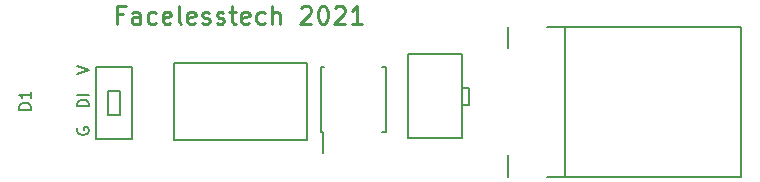
<source format=gbr>
G04 #@! TF.GenerationSoftware,KiCad,Pcbnew,5.0.2+dfsg1-1~bpo9+1*
G04 #@! TF.CreationDate,2021-01-31T11:02:44+00:00*
G04 #@! TF.ProjectId,attiny85_dipswitch_breakout,61747469-6e79-4383-955f-646970737769,rev?*
G04 #@! TF.SameCoordinates,Original*
G04 #@! TF.FileFunction,Legend,Top*
G04 #@! TF.FilePolarity,Positive*
%FSLAX46Y46*%
G04 Gerber Fmt 4.6, Leading zero omitted, Abs format (unit mm)*
G04 Created by KiCad (PCBNEW 5.0.2+dfsg1-1~bpo9+1) date Sun 31 Jan 2021 11:02:44 GMT*
%MOMM*%
%LPD*%
G01*
G04 APERTURE LIST*
%ADD10C,0.250000*%
%ADD11C,0.150000*%
G04 APERTURE END LIST*
D10*
X127388571Y-71152857D02*
X126888571Y-71152857D01*
X126888571Y-71938571D02*
X126888571Y-70438571D01*
X127602857Y-70438571D01*
X128817142Y-71938571D02*
X128817142Y-71152857D01*
X128745714Y-71010000D01*
X128602857Y-70938571D01*
X128317142Y-70938571D01*
X128174285Y-71010000D01*
X128817142Y-71867142D02*
X128674285Y-71938571D01*
X128317142Y-71938571D01*
X128174285Y-71867142D01*
X128102857Y-71724285D01*
X128102857Y-71581428D01*
X128174285Y-71438571D01*
X128317142Y-71367142D01*
X128674285Y-71367142D01*
X128817142Y-71295714D01*
X130174285Y-71867142D02*
X130031428Y-71938571D01*
X129745714Y-71938571D01*
X129602857Y-71867142D01*
X129531428Y-71795714D01*
X129460000Y-71652857D01*
X129460000Y-71224285D01*
X129531428Y-71081428D01*
X129602857Y-71010000D01*
X129745714Y-70938571D01*
X130031428Y-70938571D01*
X130174285Y-71010000D01*
X131388571Y-71867142D02*
X131245714Y-71938571D01*
X130960000Y-71938571D01*
X130817142Y-71867142D01*
X130745714Y-71724285D01*
X130745714Y-71152857D01*
X130817142Y-71010000D01*
X130960000Y-70938571D01*
X131245714Y-70938571D01*
X131388571Y-71010000D01*
X131460000Y-71152857D01*
X131460000Y-71295714D01*
X130745714Y-71438571D01*
X132317142Y-71938571D02*
X132174285Y-71867142D01*
X132102857Y-71724285D01*
X132102857Y-70438571D01*
X133460000Y-71867142D02*
X133317142Y-71938571D01*
X133031428Y-71938571D01*
X132888571Y-71867142D01*
X132817142Y-71724285D01*
X132817142Y-71152857D01*
X132888571Y-71010000D01*
X133031428Y-70938571D01*
X133317142Y-70938571D01*
X133460000Y-71010000D01*
X133531428Y-71152857D01*
X133531428Y-71295714D01*
X132817142Y-71438571D01*
X134102857Y-71867142D02*
X134245714Y-71938571D01*
X134531428Y-71938571D01*
X134674285Y-71867142D01*
X134745714Y-71724285D01*
X134745714Y-71652857D01*
X134674285Y-71510000D01*
X134531428Y-71438571D01*
X134317142Y-71438571D01*
X134174285Y-71367142D01*
X134102857Y-71224285D01*
X134102857Y-71152857D01*
X134174285Y-71010000D01*
X134317142Y-70938571D01*
X134531428Y-70938571D01*
X134674285Y-71010000D01*
X135317142Y-71867142D02*
X135460000Y-71938571D01*
X135745714Y-71938571D01*
X135888571Y-71867142D01*
X135960000Y-71724285D01*
X135960000Y-71652857D01*
X135888571Y-71510000D01*
X135745714Y-71438571D01*
X135531428Y-71438571D01*
X135388571Y-71367142D01*
X135317142Y-71224285D01*
X135317142Y-71152857D01*
X135388571Y-71010000D01*
X135531428Y-70938571D01*
X135745714Y-70938571D01*
X135888571Y-71010000D01*
X136388571Y-70938571D02*
X136960000Y-70938571D01*
X136602857Y-70438571D02*
X136602857Y-71724285D01*
X136674285Y-71867142D01*
X136817142Y-71938571D01*
X136960000Y-71938571D01*
X138031428Y-71867142D02*
X137888571Y-71938571D01*
X137602857Y-71938571D01*
X137460000Y-71867142D01*
X137388571Y-71724285D01*
X137388571Y-71152857D01*
X137460000Y-71010000D01*
X137602857Y-70938571D01*
X137888571Y-70938571D01*
X138031428Y-71010000D01*
X138102857Y-71152857D01*
X138102857Y-71295714D01*
X137388571Y-71438571D01*
X139388571Y-71867142D02*
X139245714Y-71938571D01*
X138960000Y-71938571D01*
X138817142Y-71867142D01*
X138745714Y-71795714D01*
X138674285Y-71652857D01*
X138674285Y-71224285D01*
X138745714Y-71081428D01*
X138817142Y-71010000D01*
X138960000Y-70938571D01*
X139245714Y-70938571D01*
X139388571Y-71010000D01*
X140031428Y-71938571D02*
X140031428Y-70438571D01*
X140674285Y-71938571D02*
X140674285Y-71152857D01*
X140602857Y-71010000D01*
X140460000Y-70938571D01*
X140245714Y-70938571D01*
X140102857Y-71010000D01*
X140031428Y-71081428D01*
X142460000Y-70581428D02*
X142531428Y-70510000D01*
X142674285Y-70438571D01*
X143031428Y-70438571D01*
X143174285Y-70510000D01*
X143245714Y-70581428D01*
X143317142Y-70724285D01*
X143317142Y-70867142D01*
X143245714Y-71081428D01*
X142388571Y-71938571D01*
X143317142Y-71938571D01*
X144245714Y-70438571D02*
X144388571Y-70438571D01*
X144531428Y-70510000D01*
X144602857Y-70581428D01*
X144674285Y-70724285D01*
X144745714Y-71010000D01*
X144745714Y-71367142D01*
X144674285Y-71652857D01*
X144602857Y-71795714D01*
X144531428Y-71867142D01*
X144388571Y-71938571D01*
X144245714Y-71938571D01*
X144102857Y-71867142D01*
X144031428Y-71795714D01*
X143960000Y-71652857D01*
X143888571Y-71367142D01*
X143888571Y-71010000D01*
X143960000Y-70724285D01*
X144031428Y-70581428D01*
X144102857Y-70510000D01*
X144245714Y-70438571D01*
X145317142Y-70581428D02*
X145388571Y-70510000D01*
X145531428Y-70438571D01*
X145888571Y-70438571D01*
X146031428Y-70510000D01*
X146102857Y-70581428D01*
X146174285Y-70724285D01*
X146174285Y-70867142D01*
X146102857Y-71081428D01*
X145245714Y-71938571D01*
X146174285Y-71938571D01*
X147602857Y-71938571D02*
X146745714Y-71938571D01*
X147174285Y-71938571D02*
X147174285Y-70438571D01*
X147031428Y-70652857D01*
X146888571Y-70795714D01*
X146745714Y-70867142D01*
D11*
G04 #@! TO.C,U3*
X142948800Y-81801200D02*
X131696600Y-81801200D01*
X131671200Y-75298800D02*
X142948800Y-75298800D01*
X131683900Y-81801200D02*
X131683900Y-75298800D01*
X142948800Y-81801200D02*
X142948800Y-75298800D01*
G04 #@! TO.C,J1*
X163322160Y-72195080D02*
X179705160Y-72195080D01*
X163317080Y-84900160D02*
X179700080Y-84900160D01*
X179710240Y-72195080D02*
X179710240Y-84895080D01*
X159999840Y-84900160D02*
X159999840Y-83071360D01*
X160004920Y-74018800D02*
X160004920Y-72190000D01*
X164805520Y-72205240D02*
X164805520Y-84905240D01*
G04 #@! TO.C,U1*
X144133200Y-81134400D02*
X144338200Y-81134400D01*
X144133200Y-75634400D02*
X144433200Y-75634400D01*
X149643200Y-75634400D02*
X149343200Y-75634400D01*
X149643200Y-81134400D02*
X149343200Y-81134400D01*
X144133200Y-81134400D02*
X144133200Y-75634400D01*
X149643200Y-81134400D02*
X149643200Y-75634400D01*
X144338200Y-81134400D02*
X144338200Y-82884400D01*
G04 #@! TO.C,SW1*
X125136000Y-81678000D02*
X125136000Y-75582000D01*
X125136000Y-75582000D02*
X128184000Y-75582000D01*
X128184000Y-75582000D02*
X128184000Y-81678000D01*
X128184000Y-81678000D02*
X125136000Y-81678000D01*
X126152000Y-79646000D02*
X126152000Y-77614000D01*
X126152000Y-77614000D02*
X127168000Y-77614000D01*
X127168000Y-77614000D02*
X127168000Y-79646000D01*
X127168000Y-79646000D02*
X126152000Y-79646000D01*
G04 #@! TO.C,J2*
X156701000Y-78822000D02*
X156701000Y-77425000D01*
X156066000Y-77425000D02*
X156701000Y-77425000D01*
X156701000Y-78822000D02*
X156066000Y-78822000D01*
X156066000Y-74631000D02*
X156066000Y-81616000D01*
X156066000Y-81616000D02*
X151494000Y-81616000D01*
X151494000Y-81616000D02*
X151494000Y-74504000D01*
X151494000Y-74504000D02*
X156066000Y-74504000D01*
G04 #@! TO.C,D1*
X119576660Y-79213015D02*
X118576660Y-79213015D01*
X118576660Y-78974920D01*
X118624280Y-78832062D01*
X118719518Y-78736824D01*
X118814756Y-78689205D01*
X119005232Y-78641586D01*
X119148089Y-78641586D01*
X119338565Y-78689205D01*
X119433803Y-78736824D01*
X119529041Y-78832062D01*
X119576660Y-78974920D01*
X119576660Y-79213015D01*
X119576660Y-77689205D02*
X119576660Y-78260634D01*
X119576660Y-77974920D02*
X118576660Y-77974920D01*
X118719518Y-78070158D01*
X118814756Y-78165396D01*
X118862375Y-78260634D01*
X124499180Y-78944440D02*
X123499180Y-78944440D01*
X123499180Y-78706344D01*
X123546800Y-78563487D01*
X123642038Y-78468249D01*
X123737276Y-78420630D01*
X123927752Y-78373011D01*
X124070609Y-78373011D01*
X124261085Y-78420630D01*
X124356323Y-78468249D01*
X124451561Y-78563487D01*
X124499180Y-78706344D01*
X124499180Y-78944440D01*
X124499180Y-77944440D02*
X123499180Y-77944440D01*
X123499180Y-76207293D02*
X124499180Y-75873960D01*
X123499180Y-75540626D01*
X123546800Y-80778415D02*
X123499180Y-80873653D01*
X123499180Y-81016510D01*
X123546800Y-81159367D01*
X123642038Y-81254605D01*
X123737276Y-81302224D01*
X123927752Y-81349843D01*
X124070609Y-81349843D01*
X124261085Y-81302224D01*
X124356323Y-81254605D01*
X124451561Y-81159367D01*
X124499180Y-81016510D01*
X124499180Y-80921272D01*
X124451561Y-80778415D01*
X124403942Y-80730796D01*
X124070609Y-80730796D01*
X124070609Y-80921272D01*
G04 #@! TD*
M02*

</source>
